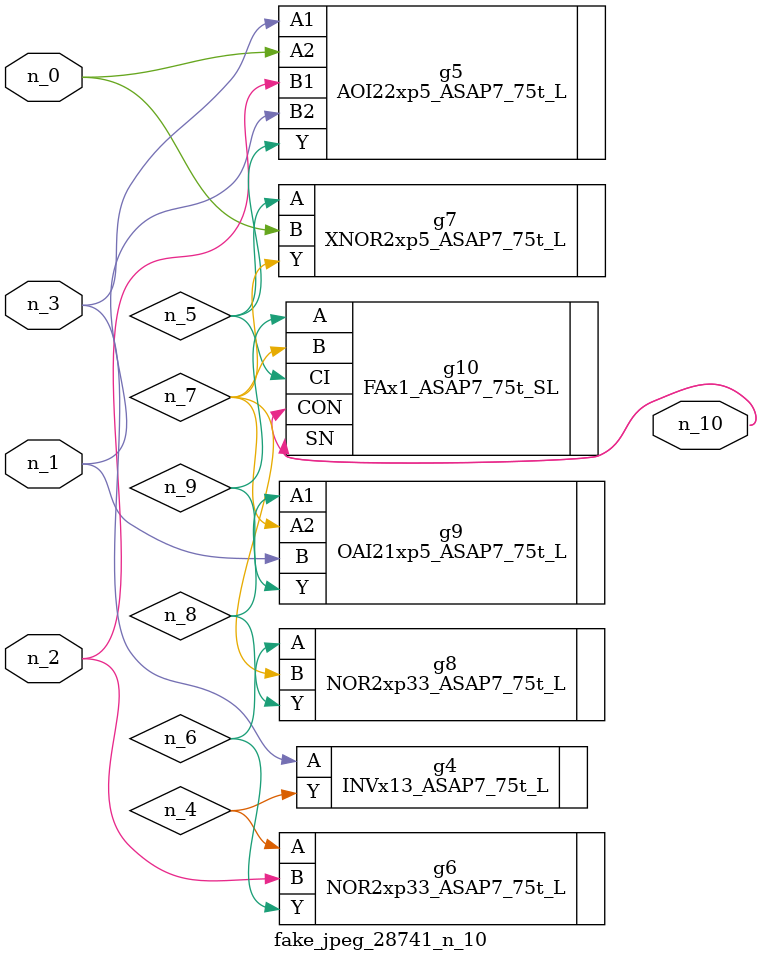
<source format=v>
module fake_jpeg_28741_n_10 (n_0, n_3, n_2, n_1, n_10);

input n_0;
input n_3;
input n_2;
input n_1;

output n_10;

wire n_4;
wire n_8;
wire n_9;
wire n_6;
wire n_5;
wire n_7;

INVx13_ASAP7_75t_L g4 ( 
.A(n_3),
.Y(n_4)
);

AOI22xp5_ASAP7_75t_L g5 ( 
.A1(n_3),
.A2(n_0),
.B1(n_2),
.B2(n_1),
.Y(n_5)
);

NOR2xp33_ASAP7_75t_L g6 ( 
.A(n_4),
.B(n_2),
.Y(n_6)
);

NOR2xp33_ASAP7_75t_L g8 ( 
.A(n_6),
.B(n_7),
.Y(n_8)
);

XNOR2xp5_ASAP7_75t_L g7 ( 
.A(n_5),
.B(n_0),
.Y(n_7)
);

OAI21xp5_ASAP7_75t_L g9 ( 
.A1(n_8),
.A2(n_7),
.B(n_1),
.Y(n_9)
);

FAx1_ASAP7_75t_SL g10 ( 
.A(n_9),
.B(n_7),
.CI(n_5),
.CON(n_10),
.SN(n_10)
);


endmodule
</source>
